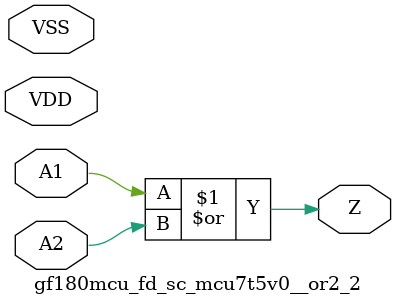
<source format=v>

module gf180mcu_fd_sc_mcu7t5v0__or2_2( A1, A2, Z, VDD, VSS );
input A1, A2;
inout VDD, VSS;
output Z;

	or MGM_BG_0( Z, A1, A2 );

endmodule

</source>
